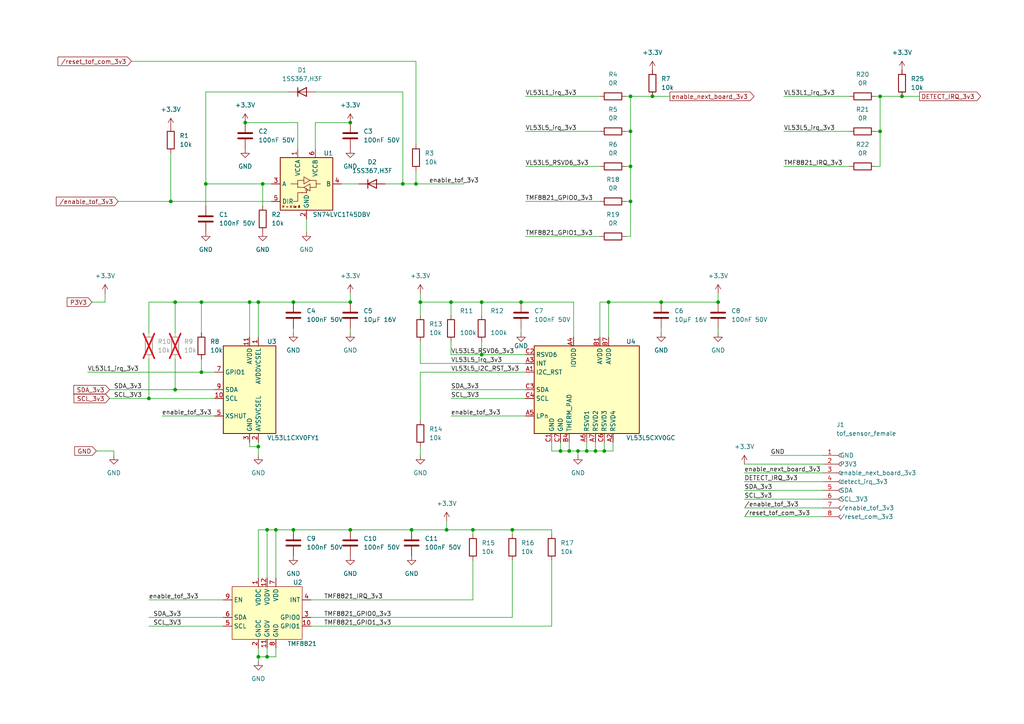
<source format=kicad_sch>
(kicad_sch (version 20230121) (generator eeschema)
  (paper "A4")
  (lib_symbols
    (symbol "cocotter_capacitors:C_100nF_50V_0603" (pin_numbers hide) (pin_names (offset 0.254))
      (property "Reference" "C" (at 0.635 2.54 0))
      (property "Value" "100nF 50V" (at 0.635 -2.54 0))
      (symbol "C_100nF_50V_0603_0_1"
        (polyline (pts (xy -2.032 -0.762) (xy 2.032 -0.762)) (stroke (width 0.508)))
        (polyline (pts (xy -2.032 0.762) (xy 2.032 0.762)) (stroke (width 0.508)))
      )
      (symbol "C_100nF_50V_0603_1_1"
        (pin passive line (at 0 3.81 270) (length 2.794) (name "~") (number "1"))
        (pin passive line (at 0 -3.81 90) (length 2.794) (name "~") (number "2"))
      )
    )
    (symbol "cocotter_capacitors:C_10µF_16V_0805" (pin_numbers hide) (pin_names (offset 0.254))
      (property "Reference" "C" (at 0.635 2.54 0))
      (property "Value" "10µF 16V" (at 0.635 -2.54 0))
      (symbol "C_10µF_16V_0805_0_1"
        (polyline (pts (xy -2.032 -0.762) (xy 2.032 -0.762)) (stroke (width 0.508)))
        (polyline (pts (xy -2.032 0.762) (xy 2.032 0.762)) (stroke (width 0.508)))
      )
      (symbol "C_10µF_16V_0805_1_1"
        (pin passive line (at 0 3.81 270) (length 2.794) (name "~") (number "1"))
        (pin passive line (at 0 -3.81 90) (length 2.794) (name "~") (number "2"))
      )
    )
    (symbol "cocotter_connectors:tof_sensor_female" (pin_names (offset 1.016)) (in_bom no)
      (property "Reference" "J" (at 0 10.16 0))
      (property "Value" "tof_sensor_female" (at 0 -12.7 0))
      (symbol "tof_sensor_female_1_1"
        (arc (start 0 -9.652) (mid -0.5058 -10.16) (end 0 -10.668) (stroke (width 0.1524)))
        (arc (start 0 -7.112) (mid -0.5058 -7.62) (end 0 -8.128) (stroke (width 0.1524)))
        (arc (start 0 -4.572) (mid -0.5058 -5.08) (end 0 -5.588) (stroke (width 0.1524)))
        (arc (start 0 -2.032) (mid -0.5058 -2.54) (end 0 -3.048) (stroke (width 0.1524)))
        (polyline (pts (xy -1.27 -10.16) (xy -0.508 -10.16)) (stroke (width 0.1524)))
        (polyline (pts (xy -1.27 -7.62) (xy -0.508 -7.62)) (stroke (width 0.1524)))
        (polyline (pts (xy -1.27 -5.08) (xy -0.508 -5.08)) (stroke (width 0.1524)))
        (polyline (pts (xy -1.27 -2.54) (xy -0.508 -2.54)) (stroke (width 0.1524)))
        (polyline (pts (xy -1.27 0) (xy -0.508 0)) (stroke (width 0.1524)))
        (polyline (pts (xy -1.27 2.54) (xy -0.508 2.54)) (stroke (width 0.1524)))
        (polyline (pts (xy -1.27 5.08) (xy -0.508 5.08)) (stroke (width 0.1524)))
        (polyline (pts (xy -1.27 7.62) (xy -0.508 7.62)) (stroke (width 0.1524)))
        (arc (start 0 0.508) (mid -0.5058 0) (end 0 -0.508) (stroke (width 0.1524)))
        (arc (start 0 3.048) (mid -0.5058 2.54) (end 0 2.032) (stroke (width 0.1524)))
        (arc (start 0 5.588) (mid -0.5058 5.08) (end 0 4.572) (stroke (width 0.1524)))
        (arc (start 0 8.128) (mid -0.5058 7.62) (end 0 7.112) (stroke (width 0.1524)))
        (pin passive line (at -5.08 7.62 0) (length 3.81) (name "GND") (number "1"))
        (pin power_in line (at -5.08 5.08 0) (length 3.81) (name "P3V3") (number "2"))
        (pin output line (at -5.08 2.54 0) (length 3.81) (name "enable_next_board_3v3") (number "3"))
        (pin output line (at -5.08 0 0) (length 3.81) (name "detect_irq_3v3") (number "4"))
        (pin bidirectional line (at -5.08 -2.54 0) (length 3.81) (name "SDA") (number "5"))
        (pin input line (at -5.08 -5.08 0) (length 3.81) (name "SCL_3V3") (number "6"))
        (pin input line (at -5.08 -7.62 0) (length 3.81) (name "/enable_tof_3v3") (number "7"))
        (pin input line (at -5.08 -10.16 0) (length 3.81) (name "/reset_com_3v3") (number "8"))
      )
    )
    (symbol "cocotter_diodes:1SS367,H3F" (pin_numbers hide) (pin_names hide)
      (property "Reference" "D" (at 0 2.54 0))
      (property "Value" "1SS367,H3F" (at 0 -2.54 0))
      (symbol "1SS367,H3F_0_1"
        (polyline (pts (xy -1.27 1.27) (xy -1.27 -1.27)) (stroke (width 0.254)))
        (polyline (pts (xy 1.27 0) (xy -1.27 0)))
        (polyline (pts (xy 1.27 1.27) (xy 1.27 -1.27) (xy -1.27 0) (xy 1.27 1.27)) (stroke (width 0.254)))
      )
      (symbol "1SS367,H3F_1_1"
        (pin passive line (at -3.81 0 0) (length 2.54) (name "K") (number "1"))
        (pin passive line (at 3.81 0 180) (length 2.54) (name "A") (number "2"))
      )
    )
    (symbol "cocotter_ic:SN74LVC1T45DBV"
      (property "Reference" "U" (at -6.35 8.89 0))
      (property "Value" "SN74LVC1T45DBV" (at 3.81 8.89 0))
      (symbol "SN74LVC1T45DBV_0_1"
        (rectangle (start -7.62 7.62) (end 7.62 -7.62) (stroke (width 0.254)) (fill (type background)))
        (circle (center -1.27 -2.54) (radius 0.0001))
        (circle (center 0 -2.54) (radius 0.0001))
        (polyline (pts (xy -1.27 -2.54) (xy -1.27 -2.54)))
        (polyline (pts (xy -2.54 0) (xy -2.54 1.016) (xy -0.762 1.016)))
        (polyline (pts (xy 2.794 0) (xy 2.794 -1.016) (xy 1.016 -1.016)))
        (polyline (pts (xy -0.762 -1.016) (xy -2.54 -1.016) (xy -2.54 0) (xy -4.572 0)))
        (polyline (pts (xy -0.762 0) (xy -0.762 2.032) (xy 1.016 1.016) (xy -0.762 0)))
        (polyline (pts (xy 1.016 1.016) (xy 2.794 1.016) (xy 2.794 0) (xy 4.064 0)))
        (polyline (pts (xy 1.016 0) (xy 1.016 -1.778) (xy 1.016 -2.032) (xy -0.762 -1.016) (xy 1.016 0)))
        (polyline (pts (xy -3.81 -5.08) (xy -2.54 -5.08) (xy -2.54 -2.54) (xy 0 -2.54) (xy 0 -2.0585) (xy 0 -2.54)))
        (circle (center 0.0186 -1.7781) (radius 0.2714))
      )
      (symbol "SN74LVC1T45DBV_1_1"
        (text "H = A to B" (at -4.4852 -6.5911 0) (effects (font (size 0.6 0.6) italic)))
        (pin power_in line (at -2.54 10.16 270) (length 2.54) (name "VCCA") (number "1"))
        (pin power_in line (at 0 -10.16 90) (length 2.54) (name "GND") (number "2"))
        (pin bidirectional line (at -10.16 0 0) (length 2.54) (name "A") (number "3"))
        (pin bidirectional line (at 10.16 0 180) (length 2.54) (name "B") (number "4"))
        (pin input line (at -10.16 -5.08 0) (length 2.54) (name "DIR") (number "5"))
        (pin power_in line (at 2.54 10.16 270) (length 2.54) (name "VCCB") (number "6"))
      )
    )
    (symbol "cocotter_ic:TMF8821"
      (property "Reference" "U" (at 10.16 8.89 0))
      (property "Value" "TMF8821" (at 8.89 -8.89 0))
      (symbol "TMF8821_0_1"
        (rectangle (start 10.16 1.27) (end 10.16 1.27))
      )
      (symbol "TMF8821_1_1"
        (rectangle (start -10.16 7.62) (end 10.16 -7.62) (fill (type background)))
        (pin power_in line (at -2.54 10.16 270) (length 2.54) (name "VDDC") (number "1"))
        (pin bidirectional line (at 12.7 -3.81 180) (length 2.54) (name "GPIO1") (number "10"))
        (pin passive line (at 0 -10.16 90) (length 2.54) (name "GNDV") (number "11"))
        (pin power_in line (at 0 10.16 270) (length 2.54) (name "VDDV") (number "12"))
        (pin passive line (at -2.54 -10.16 90) (length 2.54) (name "GNDC") (number "2"))
        (pin bidirectional line (at 12.7 -1.27 180) (length 2.54) (name "GPIO0") (number "3"))
        (pin open_emitter line (at 12.7 3.81 180) (length 2.54) (name "INT") (number "4"))
        (pin input line (at -12.7 -3.81 0) (length 2.54) (name "SCL") (number "5"))
        (pin bidirectional line (at -12.7 -1.27 0) (length 2.54) (name "SDA") (number "6"))
        (pin power_in line (at 2.54 10.16 270) (length 2.54) (name "VDD") (number "7"))
        (pin passive line (at 2.54 -10.16 90) (length 2.54) (name "GND") (number "8"))
        (pin input line (at -12.7 3.81 0) (length 2.54) (name "EN") (number "9"))
      )
    )
    (symbol "cocotter_ic:VL53L1CXV0FY1"
      (property "Reference" "U" (at -6.35 13.97 0))
      (property "Value" "VL53L1CXV0FY1" (at 12.065 13.97 0))
      (symbol "VL53L1CXV0FY1_0_1"
        (rectangle (start -7.62 12.7) (end 7.62 -12.7) (stroke (width 0.254)) (fill (type background)))
      )
      (symbol "VL53L1CXV0FY1_1_1"
        (pin power_in line (at 2.54 15.24 270) (length 2.54) (name "AVDDVCSEL") (number "1"))
        (pin input line (at -10.16 -2.54 0) (length 2.54) (name "SCL") (number "10"))
        (pin power_in line (at 0 15.24 270) (length 2.54) (name "AVDD") (number "11"))
        (pin passive line (at 0 -15.24 90) (length 2.54) hide (name "GND") (number "12"))
        (pin power_in line (at 2.54 -15.24 90) (length 2.54) (name "AVSSVCSEL") (number "2"))
        (pin power_in line (at 0 -15.24 90) (length 2.54) (name "GND") (number "3"))
        (pin passive line (at 0 -15.24 90) (length 2.54) hide (name "GND") (number "4"))
        (pin input line (at -10.16 -7.62 0) (length 2.54) (name "XSHUT") (number "5"))
        (pin passive line (at 0 -15.24 90) (length 2.54) hide (name "GND") (number "6"))
        (pin open_collector line (at -10.16 5.08 0) (length 2.54) (name "GPIO1") (number "7"))
        (pin no_connect line (at -7.62 7.62 0) (length 2.54) hide (name "DNC") (number "8"))
        (pin bidirectional line (at -10.16 0 0) (length 2.54) (name "SDA") (number "9"))
      )
    )
    (symbol "cocotter_ic:VL53L5CXV0GC"
      (property "Reference" "U" (at -13.97 13.97 0))
      (property "Value" "VL53L5CXV0GC" (at 16.51 -13.97 0))
      (symbol "VL53L5CXV0GC_0_1"
        (rectangle (start -15.24 12.7) (end 15.24 -12.7) (stroke (width 0.254)) (fill (type background)))
      )
      (symbol "VL53L5CXV0GC_1_1"
        (pin input line (at -17.78 5.08 0) (length 2.54) (name "I2C_RST") (number "A1"))
        (pin input line (at 7.62 -15.24 90) (length 2.54) (name "RSVD4") (number "A2"))
        (pin open_collector line (at -17.78 7.62 0) (length 2.54) (name "INT") (number "A3"))
        (pin power_in line (at -3.81 15.24 270) (length 2.54) (name "IOVDD") (number "A4"))
        (pin input line (at -17.78 -7.62 0) (length 2.54) (name "LPn") (number "A5"))
        (pin input line (at 0 -15.24 90) (length 2.54) (name "RSVD1") (number "A6"))
        (pin input line (at 2.54 -15.24 90) (length 2.54) (name "RSVD2") (number "A7"))
        (pin power_in line (at 3.81 15.24 270) (length 2.54) (name "AVDD") (number "B1"))
        (pin passive line (at -5.08 -15.24 90) (length 2.54) (name "THERM_PAD") (number "B4"))
        (pin power_in line (at 6.35 15.24 270) (length 2.54) (name "AVDD") (number "B7"))
        (pin passive line (at -10.16 -15.24 90) (length 2.54) (name "GND") (number "C1"))
        (pin input line (at -17.78 10.16 0) (length 2.54) (name "RSVD6") (number "C2"))
        (pin bidirectional line (at -17.78 0 0) (length 2.54) (name "SDA") (number "C3"))
        (pin input line (at -17.78 -2.54 0) (length 2.54) (name "SCL") (number "C4"))
        (pin no_connect line (at 17.78 7.62 180) (length 2.54) hide (name "RSVD5") (number "C5"))
        (pin input line (at 5.08 -15.24 90) (length 2.54) (name "RSVD3") (number "C6"))
        (pin passive line (at -7.62 -15.24 90) (length 2.54) (name "GND") (number "C7"))
      )
    )
    (symbol "cocotter_resistors:R_0R_0603" (pin_numbers hide) (pin_names (offset 0))
      (property "Reference" "R" (at 1.27 1.27 0))
      (property "Value" "0R" (at 3.81 -1.27 0))
      (symbol "R_0R_0603_0_1"
        (rectangle (start -1.016 -2.54) (end 1.016 2.54) (stroke (width 0.254)))
      )
      (symbol "R_0R_0603_1_1"
        (pin passive line (at 0 3.81 270) (length 1.27) (name "~") (number "1"))
        (pin passive line (at 0 -3.81 90) (length 1.27) (name "~") (number "2"))
      )
    )
    (symbol "cocotter_resistors:R_100k_0603_1%" (pin_numbers hide) (pin_names (offset 0))
      (property "Reference" "R" (at 1.27 1.27 0))
      (property "Value" "100k" (at 3.81 -1.27 0))
      (symbol "R_100k_0603_1%_0_1"
        (rectangle (start -1.016 -2.54) (end 1.016 2.54) (stroke (width 0.254)))
      )
      (symbol "R_100k_0603_1%_1_1"
        (pin passive line (at 0 3.81 270) (length 1.27) (name "~") (number "1"))
        (pin passive line (at 0 -3.81 90) (length 1.27) (name "~") (number "2"))
      )
    )
    (symbol "cocotter_resistors:R_10k_0603_1%" (pin_numbers hide) (pin_names (offset 0))
      (property "Reference" "R" (at 1.27 1.27 0))
      (property "Value" "10k" (at 3.81 -1.27 0))
      (symbol "R_10k_0603_1%_0_1"
        (rectangle (start -1.016 -2.54) (end 1.016 2.54) (stroke (width 0.254)))
      )
      (symbol "R_10k_0603_1%_1_1"
        (pin passive line (at 0 3.81 270) (length 1.27) (name "~") (number "1"))
        (pin passive line (at 0 -3.81 90) (length 1.27) (name "~") (number "2"))
      )
    )
    (symbol "power:+3.3V" (power) (pin_names (offset 0))
      (property "Value" "+3.3V" (at 0 3.556 0))
      (symbol "+3.3V_0_1"
        (polyline (pts (xy -0.762 1.27) (xy 0 2.54)))
        (polyline (pts (xy 0 0) (xy 0 2.54)))
        (polyline (pts (xy 0 2.54) (xy 0.762 1.27)))
      )
      (symbol "+3.3V_1_1"
        (pin power_in line (at 0 0 90) (length 0) hide (name "+3.3V") (number "1"))
      )
    )
    (symbol "power:GND" (power) (pin_names (offset 0))
      (property "Value" "GND" (at 0 -3.81 0))
      (symbol "GND_0_1"
        (polyline (pts (xy 0 0) (xy 0 -1.27) (xy 1.27 -1.27) (xy 0 -2.54) (xy -1.27 -1.27) (xy 0 -1.27)))
      )
      (symbol "GND_1_1"
        (pin power_in line (at 0 0 270) (length 0) hide (name "GND") (number "1"))
      )
    )
  )
  (junction (at 74.93 129.54))
  (junction (at 182.88 38.1))
  (junction (at 182.88 27.94))
  (junction (at 172.72 130.81))
  (junction (at 76.2 53.34))
  (junction (at 74.93 190.5))
  (junction (at 175.26 130.81))
  (junction (at 74.93 87.63))
  (junction (at 80.01 153.67))
  (junction (at 77.47 153.67))
  (junction (at 191.77 87.63))
  (junction (at 43.18 115.57))
  (junction (at 49.53 58.42))
  (junction (at 85.09 87.63))
  (junction (at 85.09 153.67))
  (junction (at 58.42 87.63))
  (junction (at 255.27 38.1))
  (junction (at 71.12 35.56))
  (junction (at 59.69 53.34))
  (junction (at 58.42 107.95))
  (junction (at 139.7 87.63))
  (junction (at 139.7 102.87))
  (junction (at 255.27 27.94))
  (junction (at 182.88 58.42))
  (junction (at 261.62 27.94))
  (junction (at 101.6 87.63))
  (junction (at 162.56 130.81))
  (junction (at 77.47 190.5))
  (junction (at 151.13 87.63))
  (junction (at 167.64 130.81))
  (junction (at 165.1 130.81))
  (junction (at 170.18 130.81))
  (junction (at 121.92 87.63))
  (junction (at 72.39 87.63))
  (junction (at 101.6 35.56))
  (junction (at 148.59 153.67))
  (junction (at 50.8 87.63))
  (junction (at 50.8 113.03))
  (junction (at 120.65 53.34))
  (junction (at 176.53 87.63))
  (junction (at 129.54 153.67))
  (junction (at 101.6 153.67))
  (junction (at 137.16 153.67))
  (junction (at 189.23 27.94))
  (junction (at 182.88 48.26))
  (junction (at 119.38 153.67))
  (junction (at 130.81 87.63))
  (junction (at 208.28 87.63))
  (junction (at 116.84 53.34))
  (wire (pts (xy 137.16 173.99) (xy 137.16 162.56)))
  (wire (pts (xy 31.75 115.57) (xy 43.18 115.57)))
  (wire (pts (xy 116.84 26.67) (xy 116.84 53.34)))
  (wire (pts (xy 116.84 53.34) (xy 120.65 53.34)))
  (wire (pts (xy 152.4 38.1) (xy 173.99 38.1)))
  (wire (pts (xy 59.69 26.67) (xy 59.69 53.34)))
  (wire (pts (xy 121.92 107.95) (xy 121.92 121.92)))
  (wire (pts (xy 215.9 142.24) (xy 238.76 142.24)))
  (wire (pts (xy 181.61 27.94) (xy 182.88 27.94)))
  (wire (pts (xy 99.06 53.34) (xy 104.14 53.34)))
  (wire (pts (xy 49.53 44.45) (xy 49.53 58.42)))
  (wire (pts (xy 130.81 87.63) (xy 139.7 87.63)))
  (wire (pts (xy 72.39 129.54) (xy 74.93 129.54)))
  (wire (pts (xy 91.44 35.56) (xy 101.6 35.56)))
  (wire (pts (xy 85.09 95.25) (xy 85.09 96.52)))
  (wire (pts (xy 78.74 53.34) (xy 76.2 53.34)))
  (wire (pts (xy 130.81 87.63) (xy 130.81 91.44)))
  (wire (pts (xy 227.33 48.26) (xy 246.38 48.26)))
  (wire (pts (xy 208.28 85.09) (xy 208.28 87.63)))
  (wire (pts (xy 162.56 128.27) (xy 162.56 130.81)))
  (wire (pts (xy 130.81 115.57) (xy 152.4 115.57)))
  (wire (pts (xy 152.4 107.95) (xy 121.92 107.95)))
  (wire (pts (xy 50.8 113.03) (xy 62.23 113.03)))
  (wire (pts (xy 34.29 58.42) (xy 49.53 58.42)))
  (wire (pts (xy 170.18 128.27) (xy 170.18 130.81)))
  (wire (pts (xy 85.09 87.63) (xy 101.6 87.63)))
  (wire (pts (xy 160.02 154.94) (xy 160.02 153.67)))
  (wire (pts (xy 254 27.94) (xy 255.27 27.94)))
  (wire (pts (xy 72.39 87.63) (xy 74.93 87.63)))
  (wire (pts (xy 74.93 190.5) (xy 74.93 191.77)))
  (wire (pts (xy 129.54 153.67) (xy 137.16 153.67)))
  (wire (pts (xy 33.02 130.81) (xy 33.02 132.08)))
  (wire (pts (xy 130.81 99.06) (xy 130.81 102.87)))
  (wire (pts (xy 120.65 53.34) (xy 120.65 49.53)))
  (wire (pts (xy 120.65 53.34) (xy 134.62 53.34)))
  (wire (pts (xy 137.16 154.94) (xy 137.16 153.67)))
  (wire (pts (xy 165.1 128.27) (xy 165.1 130.81)))
  (wire (pts (xy 208.28 96.52) (xy 208.28 95.25)))
  (wire (pts (xy 31.75 113.03) (xy 50.8 113.03)))
  (wire (pts (xy 170.18 130.81) (xy 172.72 130.81)))
  (wire (pts (xy 160.02 128.27) (xy 160.02 130.81)))
  (wire (pts (xy 130.81 120.65) (xy 152.4 120.65)))
  (wire (pts (xy 182.88 68.58) (xy 182.88 58.42)))
  (wire (pts (xy 85.09 153.67) (xy 101.6 153.67)))
  (wire (pts (xy 255.27 38.1) (xy 255.27 48.26)))
  (wire (pts (xy 166.37 87.63) (xy 166.37 97.79)))
  (wire (pts (xy 59.69 53.34) (xy 76.2 53.34)))
  (wire (pts (xy 74.93 187.96) (xy 74.93 190.5)))
  (wire (pts (xy 72.39 128.27) (xy 72.39 129.54)))
  (wire (pts (xy 148.59 179.07) (xy 148.59 162.56)))
  (wire (pts (xy 160.02 130.81) (xy 162.56 130.81)))
  (wire (pts (xy 182.88 48.26) (xy 181.61 48.26)))
  (wire (pts (xy 173.99 87.63) (xy 176.53 87.63)))
  (wire (pts (xy 261.62 27.94) (xy 266.7 27.94)))
  (wire (pts (xy 215.9 149.86) (xy 238.76 149.86)))
  (wire (pts (xy 58.42 107.95) (xy 62.23 107.95)))
  (wire (pts (xy 181.61 68.58) (xy 182.88 68.58)))
  (wire (pts (xy 172.72 130.81) (xy 175.26 130.81)))
  (wire (pts (xy 43.18 179.07) (xy 64.77 179.07)))
  (wire (pts (xy 139.7 87.63) (xy 139.7 91.44)))
  (wire (pts (xy 165.1 130.81) (xy 167.64 130.81)))
  (wire (pts (xy 121.92 87.63) (xy 130.81 87.63)))
  (wire (pts (xy 182.88 27.94) (xy 182.88 38.1)))
  (wire (pts (xy 72.39 97.79) (xy 72.39 87.63)))
  (wire (pts (xy 255.27 27.94) (xy 255.27 38.1)))
  (wire (pts (xy 160.02 162.56) (xy 160.02 181.61)))
  (wire (pts (xy 151.13 87.63) (xy 166.37 87.63)))
  (wire (pts (xy 182.88 58.42) (xy 182.88 48.26)))
  (wire (pts (xy 43.18 115.57) (xy 62.23 115.57)))
  (wire (pts (xy 215.9 139.7) (xy 238.76 139.7)))
  (wire (pts (xy 162.56 130.81) (xy 165.1 130.81)))
  (wire (pts (xy 148.59 154.94) (xy 148.59 153.67)))
  (wire (pts (xy 43.18 87.63) (xy 43.18 96.52)))
  (wire (pts (xy 139.7 99.06) (xy 139.7 102.87)))
  (wire (pts (xy 189.23 27.94) (xy 194.31 27.94)))
  (wire (pts (xy 182.88 38.1) (xy 182.88 48.26)))
  (wire (pts (xy 50.8 87.63) (xy 50.8 96.52)))
  (wire (pts (xy 91.44 26.67) (xy 116.84 26.67)))
  (wire (pts (xy 167.64 130.81) (xy 167.64 132.08)))
  (wire (pts (xy 77.47 190.5) (xy 80.01 190.5)))
  (wire (pts (xy 101.6 85.09) (xy 101.6 87.63)))
  (wire (pts (xy 121.92 105.41) (xy 152.4 105.41)))
  (wire (pts (xy 74.93 87.63) (xy 85.09 87.63)))
  (wire (pts (xy 152.4 48.26) (xy 173.99 48.26)))
  (wire (pts (xy 177.8 130.81) (xy 177.8 128.27)))
  (wire (pts (xy 116.84 53.34) (xy 111.76 53.34)))
  (wire (pts (xy 46.99 120.65) (xy 62.23 120.65)))
  (wire (pts (xy 77.47 187.96) (xy 77.47 190.5)))
  (wire (pts (xy 86.36 35.56) (xy 86.36 43.18)))
  (wire (pts (xy 74.93 153.67) (xy 77.47 153.67)))
  (wire (pts (xy 121.92 99.06) (xy 121.92 105.41)))
  (wire (pts (xy 121.92 129.54) (xy 121.92 132.08)))
  (wire (pts (xy 175.26 130.81) (xy 177.8 130.81)))
  (wire (pts (xy 90.17 179.07) (xy 148.59 179.07)))
  (wire (pts (xy 223.52 132.08) (xy 238.76 132.08)))
  (wire (pts (xy 191.77 87.63) (xy 208.28 87.63)))
  (wire (pts (xy 182.88 27.94) (xy 189.23 27.94)))
  (wire (pts (xy 80.01 187.96) (xy 80.01 190.5)))
  (wire (pts (xy 121.92 91.44) (xy 121.92 87.63)))
  (wire (pts (xy 77.47 153.67) (xy 80.01 153.67)))
  (wire (pts (xy 80.01 153.67) (xy 80.01 167.64)))
  (wire (pts (xy 101.6 95.25) (xy 101.6 96.52)))
  (wire (pts (xy 49.53 58.42) (xy 78.74 58.42)))
  (wire (pts (xy 83.82 26.67) (xy 59.69 26.67)))
  (wire (pts (xy 167.64 130.81) (xy 170.18 130.81)))
  (wire (pts (xy 130.81 102.87) (xy 139.7 102.87)))
  (wire (pts (xy 30.48 85.09) (xy 30.48 87.63)))
  (wire (pts (xy 255.27 27.94) (xy 261.62 27.94)))
  (wire (pts (xy 227.33 27.94) (xy 246.38 27.94)))
  (wire (pts (xy 120.65 17.78) (xy 120.65 41.91)))
  (wire (pts (xy 91.44 35.56) (xy 91.44 43.18)))
  (wire (pts (xy 43.18 181.61) (xy 64.77 181.61)))
  (wire (pts (xy 43.18 87.63) (xy 50.8 87.63)))
  (wire (pts (xy 151.13 95.25) (xy 151.13 96.52)))
  (wire (pts (xy 59.69 53.34) (xy 59.69 59.69)))
  (wire (pts (xy 181.61 58.42) (xy 182.88 58.42)))
  (wire (pts (xy 152.4 27.94) (xy 173.99 27.94)))
  (wire (pts (xy 152.4 68.58) (xy 173.99 68.58)))
  (wire (pts (xy 215.9 137.16) (xy 238.76 137.16)))
  (wire (pts (xy 74.93 153.67) (xy 74.93 167.64)))
  (wire (pts (xy 74.93 128.27) (xy 74.93 129.54)))
  (wire (pts (xy 77.47 153.67) (xy 77.47 167.64)))
  (wire (pts (xy 172.72 128.27) (xy 172.72 130.81)))
  (wire (pts (xy 80.01 153.67) (xy 85.09 153.67)))
  (wire (pts (xy 58.42 87.63) (xy 58.42 96.52)))
  (wire (pts (xy 137.16 153.67) (xy 148.59 153.67)))
  (wire (pts (xy 175.26 128.27) (xy 175.26 130.81)))
  (wire (pts (xy 148.59 153.67) (xy 160.02 153.67)))
  (wire (pts (xy 43.18 104.14) (xy 43.18 115.57)))
  (wire (pts (xy 74.93 190.5) (xy 77.47 190.5)))
  (wire (pts (xy 129.54 151.13) (xy 129.54 153.67)))
  (wire (pts (xy 74.93 129.54) (xy 74.93 132.08)))
  (wire (pts (xy 130.81 113.03) (xy 152.4 113.03)))
  (wire (pts (xy 215.9 147.32) (xy 238.76 147.32)))
  (wire (pts (xy 43.18 173.99) (xy 64.77 173.99)))
  (wire (pts (xy 254 38.1) (xy 255.27 38.1)))
  (wire (pts (xy 101.6 153.67) (xy 119.38 153.67)))
  (wire (pts (xy 50.8 104.14) (xy 50.8 113.03)))
  (wire (pts (xy 152.4 58.42) (xy 173.99 58.42)))
  (wire (pts (xy 121.92 85.09) (xy 121.92 87.63)))
  (wire (pts (xy 88.9 67.31) (xy 88.9 63.5)))
  (wire (pts (xy 176.53 87.63) (xy 191.77 87.63)))
  (wire (pts (xy 25.4 107.95) (xy 58.42 107.95)))
  (wire (pts (xy 26.67 87.63) (xy 30.48 87.63)))
  (wire (pts (xy 181.61 38.1) (xy 182.88 38.1)))
  (wire (pts (xy 255.27 48.26) (xy 254 48.26)))
  (wire (pts (xy 227.33 38.1) (xy 246.38 38.1)))
  (wire (pts (xy 58.42 104.14) (xy 58.42 107.95)))
  (wire (pts (xy 139.7 87.63) (xy 151.13 87.63)))
  (wire (pts (xy 90.17 181.61) (xy 160.02 181.61)))
  (wire (pts (xy 90.17 173.99) (xy 137.16 173.99)))
  (wire (pts (xy 176.53 87.63) (xy 176.53 97.79)))
  (wire (pts (xy 58.42 87.63) (xy 72.39 87.63)))
  (wire (pts (xy 215.9 134.62) (xy 238.76 134.62)))
  (wire (pts (xy 173.99 97.79) (xy 173.99 87.63)))
  (wire (pts (xy 119.38 153.67) (xy 129.54 153.67)))
  (wire (pts (xy 27.94 130.81) (xy 33.02 130.81)))
  (wire (pts (xy 191.77 95.25) (xy 191.77 96.52)))
  (wire (pts (xy 38.1 17.78) (xy 120.65 17.78)))
  (wire (pts (xy 74.93 87.63) (xy 74.93 97.79)))
  (wire (pts (xy 50.8 87.63) (xy 58.42 87.63)))
  (wire (pts (xy 139.7 102.87) (xy 152.4 102.87)))
  (wire (pts (xy 215.9 144.78) (xy 238.76 144.78)))
  (wire (pts (xy 76.2 53.34) (xy 76.2 59.69)))
  (wire (pts (xy 71.12 35.56) (xy 86.36 35.56)))
  (label "SCL_3V3" (at 44.45 181.61 0))
  (label "enable_next_board_3v3" (at 215.9 137.16 0))
  (label "VL53L5_irq_3v3" (at 227.33 38.1 0))
  (label "DETECT_IRQ_3v3" (at 215.9 139.7 0))
  (label "TMF8821_IRQ_3v3" (at 93.98 173.99 0))
  (label "VL53L5_RSVD6_3v3" (at 130.81 102.87 0))
  (label "VL53L5_I2C_RST_3v3" (at 130.81 107.95 0))
  (label "SDA_3v3" (at 33.02 113.03 0))
  (label "SDA_3v3" (at 215.9 142.24 0))
  (label "SCL_3V3" (at 130.81 115.57 0))
  (label "VL53L5_irq_3v3" (at 152.4 38.1 0))
  (label "TMF8821_GPIO1_3v3" (at 93.98 181.61 0))
  (label "SDA_3v3" (at 44.45 179.07 0))
  (label "SCL_3V3" (at 33.02 115.57 0))
  (label "VL53L1_irq_3v3" (at 227.33 27.94 0))
  (label "GND" (at 223.52 132.08 0))
  (label "enable_tof_3v3" (at 130.81 120.65 0))
  (label "SCL_3v3" (at 215.9 144.78 0))
  (label "TMF8821_GPIO0_3v3" (at 93.98 179.07 0))
  (label "TMF8821_GPIO1_3v3" (at 152.4 68.58 0))
  (label "enable_tof_3v3" (at 43.18 173.99 0))
  (label "enable_tof_3v3" (at 124.46 53.34 0))
  (label "TMF8821_GPIO0_3v3" (at 152.4 58.42 0))
  (label "TMF8821_IRQ_3v3" (at 227.33 48.26 0))
  (label "SDA_3v3" (at 130.81 113.03 0))
  (label "VL53L5_irq_3v3" (at 130.81 105.41 0))
  (label "enable_tof_3v3" (at 46.99 120.65 0))
  (label "{slash}enable_tof_3v3" (at 215.9 147.32 0))
  (label "VL53L5_RSVD6_3v3" (at 152.4 48.26 0))
  (label "{slash}reset_tof_com_3v3" (at 215.9 149.86 0))
  (label "VL53L1_irq_3v3" (at 25.4 107.95 0))
  (label "VL53L1_irq_3v3" (at 152.4 27.94 0))
  (global_label "SCL_3v3" (shape input) (at 31.75 115.57 180) (property "Intersheetrefs" "${INTERSHEET_REFS}" (effects hide)))
  (global_label "GND" (shape input) (at 27.94 130.81 180) (property "Intersheetrefs" "${INTERSHEET_REFS}" (effects hide)))
  (global_label "{slash}enable_tof_3v3" (shape input) (at 34.29 58.42 180) (property "Intersheetrefs" "${INTERSHEET_REFS}" (effects hide)))
  (global_label "P3V3" (shape input) (at 26.67 87.63 180) (property "Intersheetrefs" "${INTERSHEET_REFS}" (effects hide)))
  (global_label "enable_next_board_3v3" (shape output) (at 194.31 27.94 0) (property "Intersheetrefs" "${INTERSHEET_REFS}" (effects hide)))
  (global_label "DETECT_IRQ_3v3" (shape output) (at 266.7 27.94 0) (property "Intersheetrefs" "${INTERSHEET_REFS}" (effects hide)))
  (global_label "SDA_3v3" (shape input) (at 31.75 113.03 180) (property "Intersheetrefs" "${INTERSHEET_REFS}" (effects hide)))
  (global_label "{slash}reset_tof_com_3v3" (shape input) (at 38.1 17.78 180) (property "Intersheetrefs" "${INTERSHEET_REFS}" (effects hide)))
  (symbol (lib_id "power:GND") (at 208.28 96.52 0) (unit 1)
    (property "Reference" "#PWR018" (effects hide))
    (property "Value" "GND" (at 208.28 101.6 0))
  )
  (symbol (lib_id "power:+3.3V") (at 49.53 36.83 0) (unit 1)
    (property "Reference" "#PWR07" (effects hide))
    (property "Value" "+3.3V" (at 49.53 31.75 0))
  )
  (symbol (lib_id "cocotter_capacitors:C_100nF_50V_0603") (at 85.09 91.44 180) (unit 1)
    (property "Reference" "C4" (at 88.9 90.17 0) (effects (justify right)))
    (property "Value" "100nF 50V" (at 88.9 92.71 0) (effects (justify right)))
    (property "Specification" "100nF 50V X7R 0603 " (effects hide))
  )
  (symbol (lib_id "power:GND") (at 74.93 132.08 0) (unit 1)
    (property "Reference" "#PWR010" (effects hide))
    (property "Value" "GND" (at 74.93 137.16 0))
  )
  (symbol (lib_id "power:GND") (at 88.9 67.31 0) (unit 1)
    (property "Reference" "#PWR06" (effects hide))
    (property "Value" "GND" (at 88.9 72.39 0))
  )
  (symbol (lib_id "power:+3.3V") (at 101.6 35.56 0) (unit 1)
    (property "Reference" "#PWR02" (effects hide))
    (property "Value" "+3.3V" (at 101.6 30.48 0))
  )
  (symbol (lib_id "cocotter_resistors:R_0R_0603") (at 177.8 58.42 90) (unit 1)
    (property "Reference" "R18" (at 177.8 52.07 90))
    (property "Value" "0R" (at 177.8 54.61 90))
    (property "Footprint" "cocotter_resistor:r0603_reflow" (effects hide))
    (property "Specification" "0R 0603 20mOhms max 100mW" (effects hide))
  )
  (symbol (lib_id "cocotter_ic:SN74LVC1T45DBV") (at 88.9 53.34 0) (unit 1)
    (property "Reference" "U1" (at 95.25 44.45 0))
    (property "Value" "SN74LVC1T45DBV" (at 99.06 62.23 0))
    (property "Footprint" "Package_TO_SOT_SMD:SOT-23-6" (effects hide))
    (property "Datasheet" "http://www.ti.com/lit/ds/symlink/sn74lvc1t45.pdf" (effects hide))
  )
  (symbol (lib_id "power:+3.3V") (at 121.92 85.09 0) (unit 1)
    (property "Reference" "#PWR020" (effects hide))
    (property "Value" "+3.3V" (at 121.92 80.01 0))
  )
  (symbol (lib_id "cocotter_resistors:R_0R_0603") (at 250.19 48.26 90) (unit 1)
    (property "Reference" "R22" (at 250.19 41.91 90))
    (property "Value" "0R" (at 250.19 44.45 90))
    (property "Footprint" "cocotter_resistor:r0603_reflow" (effects hide))
    (property "Specification" "0R 0603 20mOhms max 100mW" (effects hide))
  )
  (symbol (lib_id "cocotter_resistors:R_0R_0603") (at 250.19 38.1 90) (unit 1)
    (property "Reference" "R21" (at 250.19 31.75 90))
    (property "Value" "0R" (at 250.19 34.29 90))
    (property "Footprint" "cocotter_resistor:r0603_reflow" (effects hide))
    (property "Specification" "0R 0603 20mOhms max 100mW" (effects hide))
  )
  (symbol (lib_id "cocotter_ic:TMF8821") (at 77.47 177.8 0) (unit 1)
    (property "Reference" "U2" (at 86.36 168.91 0))
    (property "Value" "TMF8821" (at 87.63 186.69 0))
  )
  (symbol (lib_id "cocotter_capacitors:C_10µF_16V_0805") (at 101.6 91.44 0) (unit 1)
    (property "Reference" "C5" (at 105.41 90.17 0) (effects (justify left)))
    (property "Value" "10µF 16V" (at 105.41 92.71 0) (effects (justify left)))
    (property "Specification" "10µF 16V X7R 0805 " (effects hide))
  )
  (symbol (lib_id "cocotter_resistors:R_10k_0603_1%") (at 49.53 40.64 0) (unit 1)
    (property "Reference" "R1" (at 52.07 39.37 0) (effects (justify left)))
    (property "Value" "10k" (at 52.07 41.91 0) (effects (justify left)))
    (property "Footprint" "cocotter_resistor:r0603_reflow" (effects hide))
    (property "Specification" "10k 0603 1% 100mW" (effects hide))
    (property "mouser" "603-RC0603FR-10100KL" (effects hide))
  )
  (symbol (lib_id "cocotter_resistors:R_10k_0603_1%") (at 189.23 24.13 0) (unit 1)
    (property "Reference" "R7" (at 191.77 22.86 0) (effects (justify left)))
    (property "Value" "10k" (at 191.77 25.4 0) (effects (justify left)))
    (property "Footprint" "cocotter_resistor:r0603_reflow" (effects hide))
    (property "Specification" "10k 0603 1% 100mW" (effects hide))
    (property "mouser" "603-RC0603FR-10100KL" (effects hide))
  )
  (symbol (lib_id "cocotter_resistors:R_100k_0603_1%") (at 130.81 95.25 0) (unit 1)
    (property "Reference" "R11" (at 133.35 90.17 0) (effects (justify left)))
    (property "Value" "100k" (at 133.35 96.52 0) (effects (justify left)))
    (property "Footprint" "cocotter_resistor:r0603_reflow" (effects hide))
    (property "Specification" "100k 0603 1% 100mW" (effects hide))
    (property "mouser" "603-RC0603FR-10100KL" (effects hide))
  )
  (symbol (lib_id "cocotter_resistors:R_10k_0603_1%") (at 76.2 63.5 0) (unit 1)
    (property "Reference" "R2" (at 78.74 62.23 0) (effects (justify left)))
    (property "Value" "10k" (at 78.74 64.77 0) (effects (justify left)))
    (property "Footprint" "cocotter_resistor:r0603_reflow" (effects hide))
    (property "Specification" "10k 0603 1% 100mW" (effects hide))
    (property "mouser" "603-RC0603FR-10100KL" (effects hide))
  )
  (symbol (lib_id "power:GND") (at 85.09 96.52 0) (unit 1)
    (property "Reference" "#PWR011" (effects hide))
    (property "Value" "GND" (at 85.09 101.6 0))
  )
  (symbol (lib_id "cocotter_connectors:tof_sensor_female") (at 243.84 139.7 0) (unit 1) (in_bom no)
    (property "Reference" "J1" (at 242.57 123.19 0) (effects (justify left)))
    (property "Value" "tof_sensor_female" (at 242.57 125.73 0) (effects (justify left)))
  )
  (symbol (lib_id "power:GND") (at 101.6 96.52 0) (unit 1)
    (property "Reference" "#PWR013" (effects hide))
    (property "Value" "GND" (at 101.6 101.6 0))
  )
  (symbol (lib_id "power:GND") (at 85.09 161.29 0) (unit 1)
    (property "Reference" "#PWR025" (effects hide))
    (property "Value" "GND" (at 85.09 166.37 0))
  )
  (symbol (lib_id "power:GND") (at 151.13 96.52 0) (unit 1)
    (property "Reference" "#PWR021" (effects hide))
    (property "Value" "GND" (at 151.13 100.33 0))
  )
  (symbol (lib_id "power:GND") (at 33.02 132.08 0) (unit 1)
    (property "Reference" "#PWR014" (effects hide))
    (property "Value" "GND" (at 33.02 137.16 0))
  )
  (symbol (lib_id "cocotter_resistors:R_10k_0603_1%") (at 137.16 158.75 0) (unit 1)
    (property "Reference" "R15" (at 139.7 157.48 0) (effects (justify left)))
    (property "Value" "10k" (at 139.7 160.02 0) (effects (justify left)))
    (property "Footprint" "cocotter_resistor:r0603_reflow" (effects hide))
    (property "Specification" "10k 0603 1% 100mW" (effects hide))
    (property "mouser" "603-RC0603FR-10100KL" (effects hide))
  )
  (symbol (lib_id "cocotter_resistors:R_0R_0603") (at 177.8 68.58 90) (unit 1)
    (property "Reference" "R19" (at 177.8 62.23 90))
    (property "Value" "0R" (at 177.8 64.77 90))
    (property "Footprint" "cocotter_resistor:r0603_reflow" (effects hide))
    (property "Specification" "0R 0603 20mOhms max 100mW" (effects hide))
  )
  (symbol (lib_id "cocotter_resistors:R_10k_0603_1%") (at 121.92 95.25 0) (unit 1)
    (property "Reference" "R13" (at 124.46 93.98 0) (effects (justify left)))
    (property "Value" "10k" (at 124.46 96.52 0) (effects (justify left)))
    (property "Footprint" "cocotter_resistor:r0603_reflow" (effects hide))
    (property "Specification" "10k 0603 1% 100mW" (effects hide))
    (property "mouser" "603-RC0603FR-10100KL" (effects hide))
  )
  (symbol (lib_id "power:GND") (at 191.77 96.52 0) (unit 1)
    (property "Reference" "#PWR017" (effects hide))
    (property "Value" "GND" (at 191.77 101.6 0))
  )
  (symbol (lib_id "power:+3.3V") (at 71.12 35.56 0) (unit 1)
    (property "Reference" "#PWR03" (effects hide))
    (property "Value" "+3.3V" (at 71.12 30.48 0))
  )
  (symbol (lib_id "cocotter_resistors:R_10k_0603_1%") (at 121.92 125.73 0) (unit 1)
    (property "Reference" "R14" (at 124.46 124.46 0) (effects (justify left)))
    (property "Value" "10k" (at 124.46 127 0) (effects (justify left)))
    (property "Footprint" "cocotter_resistor:r0603_reflow" (effects hide))
    (property "Specification" "10k 0603 1% 100mW" (effects hide))
    (property "mouser" "603-RC0603FR-10100KL" (effects hide))
  )
  (symbol (lib_id "cocotter_capacitors:C_100nF_50V_0603") (at 71.12 39.37 0) (unit 1)
    (property "Reference" "C2" (at 74.93 38.1 0) (effects (justify left)))
    (property "Value" "100nF 50V" (at 74.93 40.64 0) (effects (justify left)))
    (property "Specification" "100nF 50V X7R 0603 " (effects hide))
  )
  (symbol (lib_id "cocotter_resistors:R_10k_0603_1%") (at 120.65 45.72 0) (unit 1)
    (property "Reference" "R3" (at 123.19 44.45 0) (effects (justify left)))
    (property "Value" "10k" (at 123.19 46.99 0) (effects (justify left)))
    (property "Footprint" "cocotter_resistor:r0603_reflow" (effects hide))
    (property "Specification" "10k 0603 1% 100mW" (effects hide))
    (property "mouser" "603-RC0603FR-10100KL" (effects hide))
  )
  (symbol (lib_id "cocotter_capacitors:C_100nF_50V_0603") (at 85.09 157.48 0) (unit 1)
    (property "Reference" "C9" (at 88.9 156.21 0) (effects (justify left)))
    (property "Value" "100nF 50V" (at 88.9 158.75 0) (effects (justify left)))
    (property "Specification" "100nF 50V X7R 0603 " (effects hide))
  )
  (symbol (lib_id "cocotter_capacitors:C_100nF_50V_0603") (at 151.13 91.44 0) (unit 1)
    (property "Reference" "C7" (at 154.94 90.17 0) (effects (justify left)))
    (property "Value" "100nF 50V" (at 154.94 92.71 0) (effects (justify left)))
    (property "Specification" "100nF 50V X7R 0603 " (effects hide))
  )
  (symbol (lib_id "cocotter_resistors:R_10k_0603_1%") (at 148.59 158.75 0) (unit 1)
    (property "Reference" "R16" (at 151.13 157.48 0) (effects (justify left)))
    (property "Value" "10k" (at 151.13 160.02 0) (effects (justify left)))
    (property "Footprint" "cocotter_resistor:r0603_reflow" (effects hide))
    (property "Specification" "10k 0603 1% 100mW" (effects hide))
    (property "mouser" "603-RC0603FR-10100KL" (effects hide))
  )
  (symbol (lib_id "cocotter_capacitors:C_100nF_50V_0603") (at 208.28 91.44 0) (unit 1)
    (property "Reference" "C8" (at 212.09 90.17 0) (effects (justify left)))
    (property "Value" "100nF 50V" (at 212.09 92.71 0) (effects (justify left)))
    (property "Specification" "100nF 50V X7R 0603 " (effects hide))
  )
  (symbol (lib_id "power:+3.3V") (at 208.28 85.09 0) (unit 1)
    (property "Reference" "#PWR019" (effects hide))
    (property "Value" "+3.3V" (at 208.28 80.01 0))
  )
  (symbol (lib_id "power:+3.3V") (at 215.9 134.62 0) (unit 1)
    (property "Reference" "#PWR029" (effects hide))
    (property "Value" "+3.3V" (at 215.9 129.54 0))
  )
  (symbol (lib_id "cocotter_resistors:R_10k_0603_1%") (at 160.02 158.75 0) (unit 1)
    (property "Reference" "R17" (at 162.56 157.48 0) (effects (justify left)))
    (property "Value" "10k" (at 162.56 160.02 0) (effects (justify left)))
    (property "Footprint" "cocotter_resistor:r0603_reflow" (effects hide))
    (property "Specification" "10k 0603 1% 100mW" (effects hide))
    (property "mouser" "603-RC0603FR-10100KL" (effects hide))
  )
  (symbol (lib_id "power:GND") (at 101.6 43.18 0) (unit 1)
    (property "Reference" "#PWR05" (effects hide))
    (property "Value" "GND" (at 101.6 48.26 0))
  )
  (symbol (lib_id "power:GND") (at 76.2 67.31 0) (unit 1)
    (property "Reference" "#PWR08" (effects hide))
    (property "Value" "GND" (at 76.2 72.39 0))
  )
  (symbol (lib_id "cocotter_resistors:R_100k_0603_1%") (at 139.7 95.25 0) (unit 1)
    (property "Reference" "R12" (at 142.24 90.17 0) (effects (justify left)))
    (property "Value" "100k" (at 142.24 96.52 0) (effects (justify left)))
    (property "Footprint" "cocotter_resistor:r0603_reflow" (effects hide))
    (property "Specification" "100k 0603 1% 100mW" (effects hide))
    (property "mouser" "603-RC0603FR-10100KL" (effects hide))
  )
  (symbol (lib_id "cocotter_resistors:R_0R_0603") (at 177.8 38.1 90) (unit 1)
    (property "Reference" "R5" (at 177.8 31.75 90))
    (property "Value" "0R" (at 177.8 34.29 90))
    (property "Footprint" "cocotter_resistor:r0603_reflow" (effects hide))
    (property "Specification" "0R 0603 20mOhms max 100mW" (effects hide))
  )
  (symbol (lib_id "power:GND") (at 119.38 161.29 0) (unit 1)
    (property "Reference" "#PWR027" (effects hide))
    (property "Value" "GND" (at 119.38 166.37 0))
  )
  (symbol (lib_id "cocotter_capacitors:C_100nF_50V_0603") (at 101.6 39.37 0) (unit 1)
    (property "Reference" "C3" (at 105.41 38.1 0) (effects (justify left)))
    (property "Value" "100nF 50V" (at 105.41 40.64 0) (effects (justify left)))
    (property "Specification" "100nF 50V X7R 0603 " (effects hide))
  )
  (symbol (lib_id "power:GND") (at 167.64 132.08 0) (unit 1)
    (property "Reference" "#PWR016" (effects hide))
    (property "Value" "GND" (at 167.64 137.16 0))
  )
  (symbol (lib_id "cocotter_resistors:R_0R_0603") (at 177.8 27.94 90) (unit 1)
    (property "Reference" "R4" (at 177.8 21.59 90))
    (property "Value" "0R" (at 177.8 24.13 90))
    (property "Footprint" "cocotter_resistor:r0603_reflow" (effects hide))
    (property "Specification" "0R 0603 20mOhms max 100mW" (effects hide))
  )
  (symbol (lib_id "power:+3.3V") (at 129.54 151.13 0) (unit 1)
    (property "Reference" "#PWR024" (effects hide))
    (property "Value" "+3.3V" (at 129.54 146.05 0))
  )
  (symbol (lib_id "power:GND") (at 121.92 132.08 0) (unit 1)
    (property "Reference" "#PWR023" (effects hide))
    (property "Value" "GND" (at 121.92 137.16 0))
  )
  (symbol (lib_id "power:GND") (at 101.6 161.29 0) (unit 1)
    (property "Reference" "#PWR026" (effects hide))
    (property "Value" "GND" (at 101.6 166.37 0))
  )
  (symbol (lib_id "power:+3.3V") (at 261.62 20.32 0) (unit 1)
    (property "Reference" "#PWR028" (effects hide))
    (property "Value" "+3.3V" (at 261.62 15.24 0))
  )
  (symbol (lib_id "cocotter_ic:VL53L1CXV0FY1") (at 72.39 113.03 0) (unit 1)
    (property "Reference" "U3" (at 77.47 99.06 0) (effects (justify left)))
    (property "Value" "VL53L1CXV0FY1" (at 77.47 127 0) (effects (justify left)))
    (property "Footprint" "Sensor_Distance:ST_VL53L1x" (effects hide))
    (property "Datasheet" "https://www.st.com/resource/en/datasheet/vl53l1x.pdf" (effects hide))
  )
  (symbol (lib_id "power:GND") (at 59.69 67.31 0) (unit 1)
    (property "Reference" "#PWR09" (effects hide))
    (property "Value" "GND" (at 59.69 72.39 0))
  )
  (symbol (lib_id "power:GND") (at 71.12 43.18 0) (unit 1)
    (property "Reference" "#PWR04" (effects hide))
    (property "Value" "GND" (at 71.12 48.26 0))
  )
  (symbol (lib_id "cocotter_resistors:R_10k_0603_1%") (at 50.8 100.33 0) (unit 1) (dnp yes)
    (property "Reference" "R9" (at 53.34 99.06 0) (effects (justify left)))
    (property "Value" "10k" (at 53.34 101.6 0) (effects (justify left)))
    (property "Footprint" "cocotter_resistor:r0603_reflow" (effects hide))
    (property "Specification" "10k 0603 1% 100mW" (effects hide))
    (property "mouser" "603-RC0603FR-10100KL" (effects hide))
  )
  (symbol (lib_id "power:+3.3V") (at 101.6 85.09 0) (unit 1)
    (property "Reference" "#PWR012" (effects hide))
    (property "Value" "+3.3V" (at 101.6 80.01 0))
  )
  (symbol (lib_id "cocotter_resistors:R_10k_0603_1%") (at 58.42 100.33 0) (unit 1)
    (property "Reference" "R8" (at 60.96 99.06 0) (effects (justify left)))
    (property "Value" "10k" (at 60.96 101.6 0) (effects (justify left)))
    (property "Footprint" "cocotter_resistor:r0603_reflow" (effects hide))
    (property "Specification" "10k 0603 1% 100mW" (effects hide))
    (property "mouser" "603-RC0603FR-10100KL" (effects hide))
  )
  (symbol (lib_id "cocotter_diodes:1SS367,H3F") (at 107.95 53.34 0) (unit 1)
    (property "Reference" "D2" (at 107.95 46.99 0))
    (property "Value" "1SS367,H3F" (at 107.95 49.53 0))
    (property "Footprint" "Diode_SMD:D_SOD-323" (effects hide))
    (property "Datasheet" "https://www.mouser.fr/datasheet/2/408/1SS367_datasheet_en_20140301-1916488.pdf" (effects hide))
    (property "Sim.Device" "D" (effects hide))
    (property "Sim.Pins" "1=K 2=A" (effects hide))
    (property "specification" "Vfmax=.3V@5mA, Ifmax = 100mA, VR max = 10V" (effects hide))
  )
  (symbol (lib_id "power:GND") (at 74.93 191.77 0) (unit 1)
    (property "Reference" "#PWR022" (effects hide))
    (property "Value" "GND" (at 74.93 196.85 0))
  )
  (symbol (lib_id "cocotter_ic:VL53L5CXV0GC") (at 170.18 113.03 0) (unit 1)
    (property "Reference" "U4" (at 181.61 99.06 0) (effects (justify left)))
    (property "Value" "VL53L5CXV0GC" (at 181.61 127 0) (effects (justify left)))
    (property "Footprint" "cocotter_ic:VL53L5CX" (effects hide))
    (property "Datasheet" "https://www.st.com/resource/en/datasheet/vl53l5cx.pdf" (effects hide))
  )
  (symbol (lib_id "cocotter_resistors:R_10k_0603_1%") (at 43.18 100.33 0) (unit 1) (dnp yes)
    (property "Reference" "R10" (at 45.72 99.06 0) (effects (justify left)))
    (property "Value" "10k" (at 45.72 101.6 0) (effects (justify left)))
    (property "Footprint" "cocotter_resistor:r0603_reflow" (effects hide))
    (property "Specification" "10k 0603 1% 100mW" (effects hide))
    (property "mouser" "603-RC0603FR-10100KL" (effects hide))
  )
  (symbol (lib_id "cocotter_capacitors:C_100nF_50V_0603") (at 59.69 63.5 0) (unit 1)
    (property "Reference" "C1" (at 63.5 62.23 0) (effects (justify left)))
    (property "Value" "100nF 50V" (at 63.5 64.77 0) (effects (justify left)))
    (property "Specification" "100nF 50V X7R 0603 " (effects hide))
  )
  (symbol (lib_id "power:+3.3V") (at 30.48 85.09 0) (unit 1)
    (property "Reference" "#PWR015" (effects hide))
    (property "Value" "+3.3V" (at 30.48 80.01 0))
  )
  (symbol (lib_id "cocotter_resistors:R_10k_0603_1%") (at 261.62 24.13 0) (unit 1)
    (property "Reference" "R25" (at 264.16 22.86 0) (effects (justify left)))
    (property "Value" "10k" (at 264.16 25.4 0) (effects (justify left)))
    (property "Footprint" "cocotter_resistor:r0603_reflow" (effects hide))
    (property "Specification" "10k 0603 1% 100mW" (effects hide))
    (property "mouser" "603-RC0603FR-10100KL" (effects hide))
  )
  (symbol (lib_id "cocotter_capacitors:C_10µF_16V_0805") (at 191.77 91.44 0) (unit 1)
    (property "Reference" "C6" (at 195.58 90.17 0) (effects (justify left)))
    (property "Value" "10µF 16V" (at 195.58 92.71 0) (effects (justify left)))
    (property "Specification" "10µF 16V X7R 0805 " (effects hide))
  )
  (symbol (lib_id "cocotter_capacitors:C_100nF_50V_0603") (at 101.6 157.48 0) (unit 1)
    (property "Reference" "C10" (at 105.41 156.21 0) (effects (justify left)))
    (property "Value" "100nF 50V" (at 105.41 158.75 0) (effects (justify left)))
    (property "Specification" "100nF 50V X7R 0603 " (effects hide))
  )
  (symbol (lib_id "power:+3.3V") (at 189.23 20.32 0) (unit 1)
    (property "Reference" "#PWR01" (effects hide))
    (property "Value" "+3.3V" (at 189.23 15.24 0))
  )
  (symbol (lib_id "cocotter_resistors:R_0R_0603") (at 177.8 48.26 90) (unit 1)
    (property "Reference" "R6" (at 177.8 41.91 90))
    (property "Value" "0R" (at 177.8 44.45 90))
    (property "Footprint" "cocotter_resistor:r0603_reflow" (effects hide))
    (property "Specification" "0R 0603 20mOhms max 100mW" (effects hide))
  )
  (symbol (lib_id "cocotter_resistors:R_0R_0603") (at 250.19 27.94 90) (unit 1)
    (property "Reference" "R20" (at 250.19 21.59 90))
    (property "Value" "0R" (at 250.19 24.13 90))
    (property "Footprint" "cocotter_resistor:r0603_reflow" (effects hide))
    (property "Specification" "0R 0603 20mOhms max 100mW" (effects hide))
  )
  (symbol (lib_id "cocotter_diodes:1SS367,H3F") (at 87.63 26.67 0) (unit 1)
    (property "Reference" "D1" (at 87.63 20.32 0))
    (property "Value" "1SS367,H3F" (at 87.63 22.86 0))
    (property "Footprint" "Diode_SMD:D_SOD-323" (effects hide))
    (property "Datasheet" "https://www.mouser.fr/datasheet/2/408/1SS367_datasheet_en_20140301-1916488.pdf" (effects hide))
    (property "Sim.Device" "D" (effects hide))
    (property "Sim.Pins" "1=K 2=A" (effects hide))
    (property "specification" "Vfmax=.3V@5mA, Ifmax = 100mA, VR max = 10V" (effects hide))
  )
  (symbol (lib_id "cocotter_capacitors:C_100nF_50V_0603") (at 119.38 157.48 0) (unit 1)
    (property "Reference" "C11" (at 123.19 156.21 0) (effects (justify left)))
    (property "Value" "100nF 50V" (at 123.19 158.75 0) (effects (justify left)))
    (property "Specification" "100nF 50V X7R 0603 " (effects hide))
  )
)
</source>
